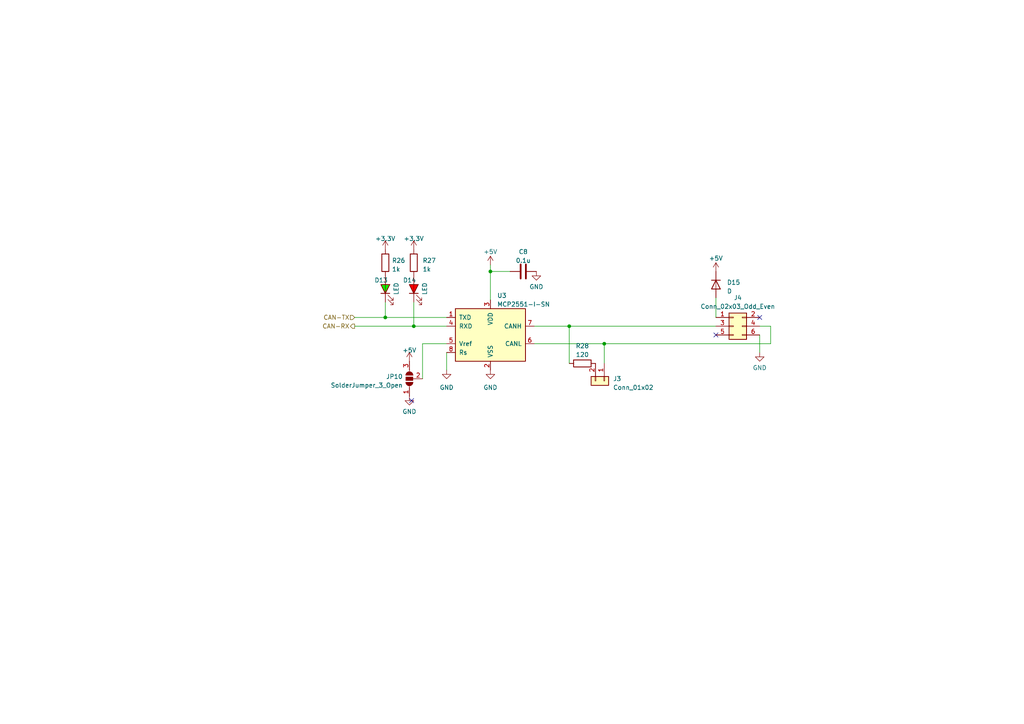
<source format=kicad_sch>
(kicad_sch (version 20231120) (generator "eeschema") (generator_version "8.0")
  (paper "A4")
  (lib_symbols
    (symbol "Connector_Generic:Conn_01x02" (pin_names (offset 1.016) hide)
      (property "Reference" "J" (at 0 2.54 0))
      (property "Value" "Conn_01x02" (at 0 -5.08 0))
      (symbol "Conn_01x02_1_1"
        (rectangle (start -1.27 -2.413) (end 0 -2.667) (stroke (width 0.1524)))
        (rectangle (start -1.27 0.127) (end 0 -0.127) (stroke (width 0.1524)))
        (rectangle (start -1.27 1.27) (end 1.27 -3.81) (stroke (width 0.254)) (fill (type background)))
        (pin passive line (at -5.08 0 0) (length 3.81) (name "Pin_1") (number "1"))
        (pin passive line (at -5.08 -2.54 0) (length 3.81) (name "Pin_2") (number "2"))
      )
    )
    (symbol "Connector_Generic:Conn_02x03_Odd_Even" (pin_names (offset 1.016) hide)
      (property "Reference" "J" (at 1.27 5.08 0))
      (property "Value" "Conn_02x03_Odd_Even" (at 1.27 -5.08 0))
      (symbol "Conn_02x03_Odd_Even_1_1"
        (rectangle (start -1.27 -2.413) (end 0 -2.667) (stroke (width 0.1524)))
        (rectangle (start -1.27 0.127) (end 0 -0.127) (stroke (width 0.1524)))
        (rectangle (start -1.27 2.667) (end 0 2.413) (stroke (width 0.1524)))
        (rectangle (start -1.27 3.81) (end 3.81 -3.81) (stroke (width 0.254)) (fill (type background)))
        (rectangle (start 3.81 -2.413) (end 2.54 -2.667) (stroke (width 0.1524)))
        (rectangle (start 3.81 0.127) (end 2.54 -0.127) (stroke (width 0.1524)))
        (rectangle (start 3.81 2.667) (end 2.54 2.413) (stroke (width 0.1524)))
        (pin passive line (at -5.08 2.54 0) (length 3.81) (name "Pin_1") (number "1"))
        (pin passive line (at 7.62 2.54 180) (length 3.81) (name "Pin_2") (number "2"))
        (pin passive line (at -5.08 0 0) (length 3.81) (name "Pin_3") (number "3"))
        (pin passive line (at 7.62 0 180) (length 3.81) (name "Pin_4") (number "4"))
        (pin passive line (at -5.08 -2.54 0) (length 3.81) (name "Pin_5") (number "5"))
        (pin passive line (at 7.62 -2.54 180) (length 3.81) (name "Pin_6") (number "6"))
      )
    )
    (symbol "Device:C" (pin_numbers hide) (pin_names (offset 0.254))
      (property "Reference" "C" (at 0.635 2.54 0))
      (property "Value" "C" (at 0.635 -2.54 0))
      (symbol "C_0_1"
        (polyline (pts (xy -2.032 -0.762) (xy 2.032 -0.762)) (stroke (width 0.508)))
        (polyline (pts (xy -2.032 0.762) (xy 2.032 0.762)) (stroke (width 0.508)))
      )
      (symbol "C_1_1"
        (pin passive line (at 0 3.81 270) (length 2.794) (name "~") (number "1"))
        (pin passive line (at 0 -3.81 90) (length 2.794) (name "~") (number "2"))
      )
    )
    (symbol "Device:D" (pin_numbers hide) (pin_names (offset 1.016) hide)
      (property "Reference" "D" (at 0 2.54 0))
      (property "Value" "D" (at 0 -2.54 0))
      (symbol "D_0_1"
        (polyline (pts (xy -1.27 1.27) (xy -1.27 -1.27)) (stroke (width 0.254)))
        (polyline (pts (xy 1.27 0) (xy -1.27 0)))
        (polyline (pts (xy 1.27 1.27) (xy 1.27 -1.27) (xy -1.27 0) (xy 1.27 1.27)) (stroke (width 0.254)))
      )
      (symbol "D_1_1"
        (pin passive line (at -3.81 0 0) (length 2.54) (name "K") (number "1"))
        (pin passive line (at 3.81 0 180) (length 2.54) (name "A") (number "2"))
      )
    )
    (symbol "Device:LED" (pin_numbers hide) (pin_names (offset 1.016) hide)
      (property "Reference" "D2" (at 3.175 -0.9525 90))
      (property "Value" "LED" (at 3.175 -3.4925 90))
      (symbol "LED_0_1"
        (polyline (pts (xy -1.27 -1.27) (xy -1.27 1.27)) (stroke (width 0.254)))
        (polyline (pts (xy -1.27 0) (xy 1.27 0)))
        (polyline (pts (xy 1.27 -1.27) (xy 1.27 1.27) (xy -1.27 0) (xy 1.27 -1.27)) (stroke (width 0.254)) (fill (type color) (color 0 255 0 1)))
        (polyline (pts (xy -3.048 -0.762) (xy -4.572 -2.286) (xy -3.81 -2.286) (xy -4.572 -2.286) (xy -4.572 -1.524)))
        (polyline (pts (xy -1.778 -0.762) (xy -3.302 -2.286) (xy -2.54 -2.286) (xy -3.302 -2.286) (xy -3.302 -1.524)))
      )
      (symbol "LED_1_1"
        (pin passive line (at -3.81 0 0) (length 2.54) (name "K") (number "1"))
        (pin passive line (at 3.81 0 180) (length 2.54) (name "A") (number "2"))
      )
    )
    (symbol "Device:R" (pin_numbers hide) (pin_names (offset 0))
      (property "Reference" "R" (at 2.032 0 90))
      (property "Value" "R" (at 0 0 90))
      (symbol "R_0_1"
        (rectangle (start -1.016 -2.54) (end 1.016 2.54) (stroke (width 0.254)))
      )
      (symbol "R_1_1"
        (pin passive line (at 0 3.81 270) (length 1.27) (name "~") (number "1"))
        (pin passive line (at 0 -3.81 90) (length 1.27) (name "~") (number "2"))
      )
    )
    (symbol "Interface_CAN_LIN:MCP2551-I-SN" (pin_names (offset 1.016))
      (property "Reference" "U" (at -10.16 8.89 0))
      (property "Value" "MCP2551-I-SN" (at 2.54 8.89 0))
      (symbol "MCP2551-I-SN_0_1"
        (rectangle (start -10.16 7.62) (end 10.16 -7.62) (stroke (width 0.254)) (fill (type background)))
      )
      (symbol "MCP2551-I-SN_1_1"
        (pin input line (at -12.7 5.08 0) (length 2.54) (name "TXD") (number "1"))
        (pin power_in line (at 0 -10.16 90) (length 2.54) (name "VSS") (number "2"))
        (pin power_in line (at 0 10.16 270) (length 2.54) (name "VDD") (number "3"))
        (pin output line (at -12.7 2.54 0) (length 2.54) (name "RXD") (number "4"))
        (pin power_out line (at -12.7 -2.54 0) (length 2.54) (name "Vref") (number "5"))
        (pin bidirectional line (at 12.7 -2.54 180) (length 2.54) (name "CANL") (number "6"))
        (pin bidirectional line (at 12.7 2.54 180) (length 2.54) (name "CANH") (number "7"))
        (pin input line (at -12.7 -5.08 0) (length 2.54) (name "Rs") (number "8"))
      )
    )
    (symbol "Jumper:SolderJumper_3_Open" (pin_names (offset 0) hide)
      (property "Reference" "JP" (at -2.54 -2.54 0))
      (property "Value" "SolderJumper_3_Open" (at 0 2.794 0))
      (symbol "SolderJumper_3_Open_0_1"
        (arc (start -1.016 1.016) (mid -2.0276 0) (end -1.016 -1.016))
        (arc (start -1.016 1.016) (mid -2.0276 0) (end -1.016 -1.016) (fill (type outline)))
        (rectangle (start -0.508 1.016) (end 0.508 -1.016) (fill (type outline)))
        (polyline (pts (xy -2.54 0) (xy -2.032 0)))
        (polyline (pts (xy -1.016 1.016) (xy -1.016 -1.016)))
        (polyline (pts (xy 0 -1.27) (xy 0 -1.016)))
        (polyline (pts (xy 1.016 1.016) (xy 1.016 -1.016)))
        (polyline (pts (xy 2.54 0) (xy 2.032 0)))
        (arc (start 1.016 -1.016) (mid 2.0276 0) (end 1.016 1.016))
        (arc (start 1.016 -1.016) (mid 2.0276 0) (end 1.016 1.016) (fill (type outline)))
      )
      (symbol "SolderJumper_3_Open_1_1"
        (pin passive line (at -5.08 0 0) (length 2.54) (name "A") (number "1"))
        (pin passive line (at 0 -3.81 90) (length 2.54) (name "C") (number "2"))
        (pin passive line (at 5.08 0 180) (length 2.54) (name "B") (number "3"))
      )
    )
    (symbol "LED_1" (pin_numbers hide) (pin_names (offset 1.016) hide)
      (property "Reference" "D1" (at 3.175 -0.9525 90))
      (property "Value" "LED" (at 3.175 -3.4925 90))
      (symbol "LED_1_0_1"
        (polyline (pts (xy -1.27 -1.27) (xy -1.27 1.27)) (stroke (width 0.254)))
        (polyline (pts (xy -1.27 0) (xy 1.27 0)))
        (polyline (pts (xy 1.27 -1.27) (xy 1.27 1.27) (xy -1.27 0) (xy 1.27 -1.27)) (stroke (width 0.254)) (fill (type color) (color 255 0 0 1)))
        (polyline (pts (xy -3.048 -0.762) (xy -4.572 -2.286) (xy -3.81 -2.286) (xy -4.572 -2.286) (xy -4.572 -1.524)))
        (polyline (pts (xy -1.778 -0.762) (xy -3.302 -2.286) (xy -2.54 -2.286) (xy -3.302 -2.286) (xy -3.302 -1.524)))
      )
      (symbol "LED_1_1_1"
        (pin passive line (at -3.81 0 0) (length 2.54) (name "K") (number "1"))
        (pin passive line (at 3.81 0 180) (length 2.54) (name "A") (number "2"))
      )
    )
    (symbol "power:+3.3V" (power) (pin_names (offset 0))
      (property "Value" "+3.3V" (at 0 3.556 0))
      (symbol "+3.3V_0_1"
        (polyline (pts (xy -0.762 1.27) (xy 0 2.54)))
        (polyline (pts (xy 0 0) (xy 0 2.54)))
        (polyline (pts (xy 0 2.54) (xy 0.762 1.27)))
      )
      (symbol "+3.3V_1_1"
        (pin power_in line (at 0 0 90) (length 0) hide (name "+3.3V") (number "1"))
      )
    )
    (symbol "power:+5V" (power) (pin_names (offset 0))
      (property "Value" "+5V" (at 0 3.556 0))
      (symbol "+5V_0_1"
        (polyline (pts (xy -0.762 1.27) (xy 0 2.54)))
        (polyline (pts (xy 0 0) (xy 0 2.54)))
        (polyline (pts (xy 0 2.54) (xy 0.762 1.27)))
      )
      (symbol "+5V_1_1"
        (pin power_in line (at 0 0 90) (length 0) hide (name "+5V") (number "1"))
      )
    )
    (symbol "power:GND" (power) (pin_names (offset 0))
      (property "Value" "GND" (at 0 -3.81 0))
      (symbol "GND_0_1"
        (polyline (pts (xy 0 0) (xy 0 -1.27) (xy 1.27 -1.27) (xy 0 -2.54) (xy -1.27 -1.27) (xy 0 -1.27)))
      )
      (symbol "GND_1_1"
        (pin power_in line (at 0 0 270) (length 0) hide (name "GND") (number "1"))
      )
    )
  )
  (junction (at 175.26 99.695))
  (junction (at 111.76 92.075))
  (junction (at 165.1 94.615))
  (junction (at 120.015 94.615))
  (junction (at 142.24 78.74))
  (no_connect (at 119.38 116.205))
  (no_connect (at 207.645 97.155))
  (no_connect (at 220.345 92.075))
  (wire (pts (xy 111.76 87.63) (xy 111.76 92.075)))
  (wire (pts (xy 154.94 99.695) (xy 175.26 99.695)))
  (wire (pts (xy 154.94 94.615) (xy 165.1 94.615)))
  (wire (pts (xy 165.1 94.615) (xy 207.645 94.615)))
  (wire (pts (xy 129.54 99.695) (xy 122.555 99.695)))
  (wire (pts (xy 102.87 94.615) (xy 120.015 94.615)))
  (wire (pts (xy 120.015 87.63) (xy 120.015 94.615)))
  (wire (pts (xy 223.52 94.615) (xy 220.345 94.615)))
  (wire (pts (xy 111.76 92.075) (xy 129.54 92.075)))
  (wire (pts (xy 223.52 99.695) (xy 223.52 94.615)))
  (wire (pts (xy 102.87 92.075) (xy 111.76 92.075)))
  (wire (pts (xy 207.645 86.36) (xy 207.645 92.075)))
  (wire (pts (xy 175.26 99.695) (xy 223.52 99.695)))
  (wire (pts (xy 165.1 94.615) (xy 165.1 105.41)))
  (wire (pts (xy 220.345 97.155) (xy 220.345 102.235)))
  (wire (pts (xy 120.015 94.615) (xy 129.54 94.615)))
  (wire (pts (xy 142.24 76.835) (xy 142.24 78.74)))
  (wire (pts (xy 129.54 102.235) (xy 129.54 107.315)))
  (wire (pts (xy 142.24 78.74) (xy 147.955 78.74)))
  (wire (pts (xy 175.26 99.695) (xy 175.26 105.41)))
  (wire (pts (xy 142.24 78.74) (xy 142.24 86.995)))
  (wire (pts (xy 122.555 99.695) (xy 122.555 109.855)))
  (hierarchical_label "CAN-TX" (shape input) (at 102.87 92.075 180))
  (hierarchical_label "CAN-RX" (shape output) (at 102.87 94.615 180))
  (symbol (lib_id "power:+3.3V") (at 120.015 72.39 0) (unit 1)
    (property "Reference" "#PWR040" (effects (hide yes)))
    (property "Value" "+3.3V" (at 120.015 69.215 0))
  )
  (symbol (lib_id "power:+3.3V") (at 111.76 72.39 0) (unit 1)
    (property "Reference" "#PWR037" (effects (hide yes)))
    (property "Value" "+3.3V" (at 111.76 69.215 0))
  )
  (symbol (lib_id "power:+5V") (at 207.645 78.74 0) (unit 1)
    (property "Reference" "#PWR045" (effects (hide yes)))
    (property "Value" "+5V" (at 207.645 74.93 0))
  )
  (symbol (lib_id "Connector_Generic:Conn_02x03_Odd_Even") (at 212.725 94.615 0) (unit 1)
    (property "Reference" "J4" (at 213.995 86.36 0))
    (property "Value" "Conn_02x03_Odd_Even" (at 213.995 88.9 0))
    (property "Footprint" "Connector_IDC:IDC-Header_2x03_P2.54mm_Horizontal" (effects (hide yes)))
  )
  (symbol (lib_id "Device:R") (at 111.76 76.2 0) (unit 1)
    (property "Reference" "R26" (at 113.665 75.565 0) (effects (justify left)))
    (property "Value" "1k" (at 113.665 78.105 0) (effects (justify left)))
    (property "Footprint" "Resistor_SMD:R_0603_1608Metric_Pad0.98x0.95mm_HandSolder" (effects (hide yes)))
  )
  (symbol (lib_id "Connector_Generic:Conn_01x02") (at 175.26 110.49 270) (unit 1)
    (property "Reference" "J3" (at 177.8 109.855 90) (effects (justify left)))
    (property "Value" "Conn_01x02" (at 177.8 112.395 90) (effects (justify left)))
    (property "Footprint" "Connector_PinHeader_2.54mm:PinHeader_1x02_P2.54mm_Vertical" (effects (hide yes)))
  )
  (symbol (lib_id "Device:C") (at 151.765 78.74 90) (unit 1)
    (property "Reference" "C8" (at 151.765 73.025 90))
    (property "Value" "0.1u" (at 151.765 75.565 90))
    (property "Footprint" "Capacitor_SMD:C_0603_1608Metric_Pad1.08x0.95mm_HandSolder" (effects (hide yes)))
  )
  (symbol (lib_id "power:GND") (at 129.54 107.315 0) (unit 1)
    (property "Reference" "#PWR041" (effects (hide yes)))
    (property "Value" "GND" (at 129.54 112.395 0))
  )
  (symbol (lib_id "Device:R") (at 168.91 105.41 90) (unit 1)
    (property "Reference" "R28" (at 168.91 100.33 90))
    (property "Value" "120" (at 168.91 102.87 90))
    (property "Footprint" "Resistor_SMD:R_0603_1608Metric_Pad0.98x0.95mm_HandSolder" (effects (hide yes)))
  )
  (symbol (lib_id "Jumper:SolderJumper_3_Open") (at 118.745 109.855 90) (unit 1)
    (property "Reference" "JP10" (at 116.84 109.22 90) (effects (justify left)))
    (property "Value" "SolderJumper_3_Open" (at 116.84 111.76 90) (effects (justify left)))
    (property "Footprint" "Jumper:SolderJumper-3_P1.3mm_Open_Pad1.0x1.5mm" (effects (hide yes)))
  )
  (symbol (lib_id "power:+5V") (at 118.745 104.775 0) (unit 1)
    (property "Reference" "#PWR038" (effects (hide yes)))
    (property "Value" "+5V" (at 118.745 101.6 0))
  )
  (symbol (lib_id "Device:LED") (at 111.76 83.82 90) (unit 1)
    (property "Reference" "D13" (at 108.585 81.28 90) (effects (justify right)))
    (property "Value" "LED" (at 114.935 81.915 0) (effects (justify right)))
    (property "Footprint" "LED_SMD:LED_0603_1608Metric_Pad1.05x0.95mm_HandSolder" (effects (hide yes)))
  )
  (symbol (lib_id "power:GND") (at 155.575 78.74 0) (unit 1)
    (property "Reference" "#PWR044" (effects (hide yes)))
    (property "Value" "GND" (at 155.575 83.185 0))
  )
  (symbol (lib_id "power:GND") (at 118.745 114.935 0) (unit 1)
    (property "Reference" "#PWR039" (effects (hide yes)))
    (property "Value" "GND" (at 118.745 119.38 0))
  )
  (symbol (lib_id "Device:D") (at 207.645 82.55 270) (unit 1)
    (property "Reference" "D15" (at 210.82 81.915 90) (effects (justify left)))
    (property "Value" "D" (at 210.82 84.455 90) (effects (justify left)))
    (property "Footprint" "Diode_SMD:D_SOD-123" (effects (hide yes)))
    (property "Sim.Device" "D" (effects (hide yes)))
    (property "Sim.Pins" "1=K 2=A" (effects (hide yes)))
  )
  (symbol (lib_id "power:GND") (at 142.24 107.315 0) (unit 1)
    (property "Reference" "#PWR043" (effects (hide yes)))
    (property "Value" "GND" (at 142.24 112.395 0))
  )
  (symbol (lib_id "power:+5V") (at 142.24 76.835 0) (unit 1)
    (property "Reference" "#PWR042" (effects (hide yes)))
    (property "Value" "+5V" (at 142.24 73.025 0))
  )
  (symbol (lib_name "LED_1") (lib_id "Device:LED") (at 120.015 83.82 90) (unit 1)
    (property "Reference" "D14" (at 116.84 81.28 90) (effects (justify right)))
    (property "Value" "LED" (at 123.19 81.915 0) (effects (justify right)))
    (property "Footprint" "LED_SMD:LED_0603_1608Metric_Pad1.05x0.95mm_HandSolder" (effects (hide yes)))
  )
  (symbol (lib_id "Device:R") (at 120.015 76.2 0) (unit 1)
    (property "Reference" "R27" (at 122.555 75.565 0) (effects (justify left)))
    (property "Value" "1k" (at 122.555 78.105 0) (effects (justify left)))
    (property "Footprint" "Resistor_SMD:R_0603_1608Metric_Pad0.98x0.95mm_HandSolder" (effects (hide yes)))
  )
  (symbol (lib_id "Interface_CAN_LIN:MCP2551-I-SN") (at 142.24 97.155 0) (unit 1)
    (property "Reference" "U3" (at 144.1959 85.725 0) (effects (justify left)))
    (property "Value" "MCP2551-I-SN" (at 144.1959 88.265 0) (effects (justify left)))
    (property "Footprint" "Package_SO:SOIC-8_3.9x4.9mm_P1.27mm" (effects (hide yes)))
    (property "Datasheet" "http://ww1.microchip.com/downloads/en/devicedoc/21667d.pdf" (effects (hide yes)))
  )
  (symbol (lib_id "power:GND") (at 220.345 102.235 0) (unit 1)
    (property "Reference" "#PWR046" (effects (hide yes)))
    (property "Value" "GND" (at 220.345 106.68 0))
  )
)
</source>
